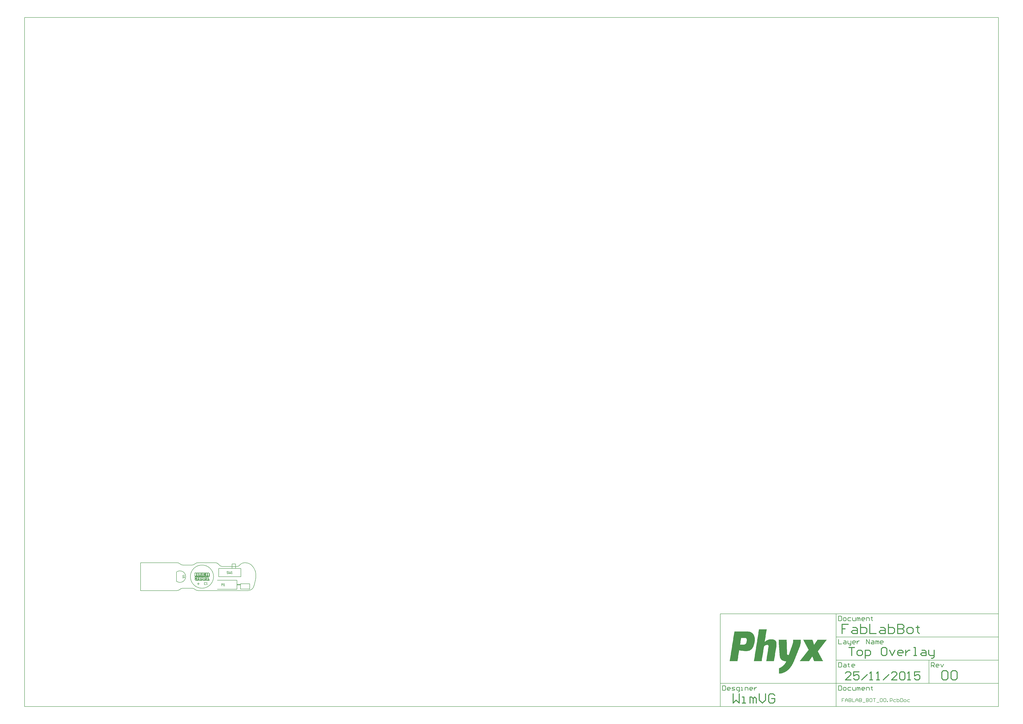
<source format=gto>
G04 Layer_Color=65535*
%FSLAX25Y25*%
%MOIN*%
G70*
G01*
G75*
%ADD12C,0.01575*%
%ADD13C,0.00787*%
%ADD14C,0.00984*%
%ADD23C,0.00591*%
G36*
X115924Y29789D02*
X116617D01*
Y29111D01*
X117295D01*
Y28419D01*
Y27726D01*
Y27041D01*
Y26349D01*
Y25656D01*
Y24978D01*
Y24300D01*
Y23622D01*
X114842D01*
Y22998D01*
X115534D01*
Y22320D01*
Y21628D01*
Y20935D01*
Y20250D01*
Y19557D01*
X116219D01*
Y18865D01*
X116912D01*
Y18187D01*
Y17509D01*
Y16831D01*
X111401D01*
Y17509D01*
X110715D01*
Y16831D01*
X105897D01*
Y17509D01*
X105204D01*
Y18187D01*
X105197D01*
Y17509D01*
X104519D01*
Y16831D01*
X99700D01*
Y17509D01*
X99008D01*
Y18187D01*
X99001D01*
Y17509D01*
X98322D01*
Y16831D01*
X93504D01*
Y17509D01*
X92811D01*
Y18187D01*
X92126D01*
Y18865D01*
Y19557D01*
Y20250D01*
X92811D01*
Y20935D01*
X92126D01*
Y21628D01*
Y22320D01*
Y22998D01*
X92811D01*
Y23622D01*
X92516D01*
Y24300D01*
X91831D01*
Y24978D01*
Y25656D01*
Y26349D01*
Y27041D01*
Y27726D01*
Y28419D01*
Y29111D01*
Y29789D01*
X92516D01*
Y30482D01*
X97335D01*
Y29789D01*
X98027D01*
Y30482D01*
X103531D01*
Y29789D01*
X104224D01*
Y30482D01*
X110420D01*
Y29789D01*
X111106D01*
Y30482D01*
X115924D01*
Y29789D01*
D02*
G37*
%LPC*%
G36*
X98712Y24300D02*
X98705D01*
Y23622D01*
X97630D01*
Y22998D01*
X99008D01*
Y23622D01*
X98712D01*
Y24300D01*
D02*
G37*
G36*
X111106D02*
X111098D01*
Y23622D01*
X110023D01*
Y22998D01*
X110715D01*
Y22320D01*
X111393D01*
Y21628D01*
Y20935D01*
Y20250D01*
Y19557D01*
X112093D01*
Y20250D01*
Y20935D01*
X111401D01*
Y21628D01*
Y22320D01*
Y22998D01*
X112093D01*
Y23622D01*
X111106D01*
Y24300D01*
D02*
G37*
G36*
X95957D02*
X95264D01*
Y23691D01*
X95957D01*
Y24300D01*
D02*
G37*
G36*
X104909D02*
X104902D01*
Y23622D01*
X103826D01*
Y22998D01*
X105204D01*
Y23622D01*
X104909D01*
Y24300D01*
D02*
G37*
G36*
X109338Y22998D02*
X105897D01*
Y22320D01*
X105204D01*
Y21628D01*
Y20935D01*
Y20250D01*
Y19557D01*
Y18865D01*
X105897D01*
Y18187D01*
X109338D01*
Y18865D01*
X110023D01*
Y19557D01*
Y20250D01*
Y20935D01*
Y21628D01*
Y22320D01*
X109338D01*
Y22998D01*
D02*
G37*
G36*
X103141D02*
X99700D01*
Y22320D01*
X99008D01*
Y21628D01*
Y20935D01*
Y20250D01*
Y19557D01*
Y18865D01*
X99700D01*
Y18187D01*
X103141D01*
Y18865D01*
X103826D01*
Y19557D01*
Y20250D01*
Y20935D01*
Y21628D01*
Y22320D01*
X103141D01*
Y22998D01*
D02*
G37*
G36*
X96945D02*
X93504D01*
Y22320D01*
X92811D01*
Y21628D01*
X94196D01*
Y22320D01*
X96252D01*
Y21628D01*
Y20935D01*
X94867D01*
Y20250D01*
X96252D01*
Y19557D01*
Y18865D01*
X94196D01*
Y19557D01*
X92811D01*
Y18865D01*
X93504D01*
Y18187D01*
X96945D01*
Y18865D01*
X97630D01*
Y19557D01*
Y20250D01*
X96945D01*
Y20935D01*
X97630D01*
Y21628D01*
Y22320D01*
X96945D01*
Y22998D01*
D02*
G37*
G36*
X114149D02*
X112786D01*
Y22320D01*
X112093D01*
Y21628D01*
X112786D01*
Y20935D01*
Y20250D01*
Y19557D01*
Y18865D01*
X111401D01*
Y18187D01*
X115534D01*
Y18865D01*
X114149D01*
Y19557D01*
Y20250D01*
Y20935D01*
Y21628D01*
Y22320D01*
Y22998D01*
D02*
G37*
G36*
X102153Y24300D02*
X101461D01*
Y23691D01*
X102153D01*
Y24300D01*
D02*
G37*
G36*
X109728Y29789D02*
X104909D01*
Y29111D01*
Y28419D01*
Y27726D01*
Y27041D01*
Y26349D01*
Y25656D01*
Y24978D01*
X109728D01*
Y25656D01*
X106294D01*
Y26349D01*
Y27041D01*
X109042D01*
Y27726D01*
X106294D01*
Y28419D01*
Y29111D01*
X109728D01*
Y29789D01*
D02*
G37*
G36*
X115239D02*
X111798D01*
Y29111D01*
X111106D01*
Y28419D01*
Y27726D01*
Y27041D01*
Y26349D01*
Y25656D01*
Y24978D01*
X112491D01*
Y25656D01*
Y26349D01*
X114546D01*
Y25656D01*
Y24978D01*
X115924D01*
Y25656D01*
Y26349D01*
Y27041D01*
Y27726D01*
Y28419D01*
Y29111D01*
X115239D01*
Y29789D01*
D02*
G37*
G36*
X102846D02*
X98712D01*
Y29111D01*
Y28419D01*
Y27726D01*
Y27041D01*
Y26349D01*
Y25656D01*
Y24978D01*
X100098D01*
Y25656D01*
Y26349D01*
Y27041D01*
X102153D01*
Y26349D01*
Y25656D01*
Y24978D01*
X103531D01*
Y25656D01*
Y26349D01*
Y27041D01*
X102846D01*
Y27726D01*
X103531D01*
Y28419D01*
Y29111D01*
X102846D01*
Y29789D01*
D02*
G37*
G36*
X96649D02*
X93208D01*
Y29111D01*
X92516D01*
Y28419D01*
Y27726D01*
Y27041D01*
Y26349D01*
Y25656D01*
Y24978D01*
X93901D01*
Y25656D01*
Y26349D01*
X95957D01*
Y25656D01*
Y24978D01*
X97335D01*
Y25656D01*
Y26349D01*
Y27041D01*
Y27726D01*
Y28419D01*
Y29111D01*
X96649D01*
Y29789D01*
D02*
G37*
G36*
X114546Y24300D02*
X113854D01*
Y23691D01*
X114546D01*
Y24300D01*
D02*
G37*
%LPD*%
G36*
X102153Y28419D02*
Y27726D01*
X100098D01*
Y28419D01*
Y29111D01*
X102153D01*
Y28419D01*
D02*
G37*
G36*
X95957D02*
Y27726D01*
Y27041D01*
X93901D01*
Y27726D01*
Y28419D01*
Y29111D01*
X95957D01*
Y28419D01*
D02*
G37*
G36*
X114546D02*
Y27726D01*
Y27041D01*
X112491D01*
Y27726D01*
Y28419D01*
Y29111D01*
X114546D01*
Y28419D01*
D02*
G37*
G36*
X108645Y21628D02*
X107953D01*
Y20935D01*
X108645D01*
Y20250D01*
Y19557D01*
Y18865D01*
X106589D01*
Y19557D01*
X107260D01*
Y20250D01*
X106589D01*
Y20935D01*
Y21628D01*
Y22320D01*
X108645D01*
Y21628D01*
D02*
G37*
G36*
X102449D02*
X101756D01*
Y20935D01*
X102449D01*
Y20250D01*
Y19557D01*
Y18865D01*
X100393D01*
Y19557D01*
X101064D01*
Y20250D01*
X100393D01*
Y20935D01*
Y21628D01*
Y22320D01*
X102449D01*
Y21628D01*
D02*
G37*
%LPC*%
G36*
X107953Y20935D02*
X107260D01*
Y20250D01*
X107953D01*
Y20935D01*
D02*
G37*
G36*
X101756D02*
X101064D01*
Y20250D01*
X101756D01*
Y20935D01*
D02*
G37*
%LPD*%
G36*
X1121080Y-83717D02*
Y-84003D01*
Y-84290D01*
Y-84576D01*
Y-84862D01*
Y-85149D01*
Y-85435D01*
Y-85721D01*
Y-86007D01*
Y-86294D01*
Y-86580D01*
Y-86866D01*
Y-87153D01*
Y-87439D01*
Y-87725D01*
Y-88012D01*
Y-88298D01*
Y-88584D01*
Y-88871D01*
Y-89157D01*
Y-89443D01*
X1120793D01*
Y-89730D01*
Y-90016D01*
Y-90302D01*
Y-90588D01*
Y-90875D01*
X1120507D01*
Y-91161D01*
Y-91448D01*
Y-91734D01*
Y-92020D01*
X1120221D01*
Y-92306D01*
Y-92593D01*
Y-92879D01*
Y-93165D01*
X1119934D01*
Y-93452D01*
Y-93738D01*
Y-94024D01*
X1119648D01*
Y-94311D01*
Y-94597D01*
Y-94883D01*
X1119362D01*
Y-95170D01*
Y-95456D01*
Y-95742D01*
X1119075D01*
Y-96029D01*
Y-96315D01*
Y-96601D01*
X1118789D01*
Y-96887D01*
Y-97174D01*
X1118503D01*
Y-97460D01*
Y-97746D01*
X1118217D01*
Y-98033D01*
Y-98319D01*
Y-98605D01*
X1117930D01*
Y-98892D01*
Y-99178D01*
X1117644D01*
Y-99464D01*
Y-99751D01*
Y-100037D01*
X1117358D01*
Y-100323D01*
Y-100610D01*
X1117071D01*
Y-100896D01*
Y-101182D01*
Y-101468D01*
X1116785D01*
Y-101755D01*
Y-102041D01*
X1116499D01*
Y-102327D01*
Y-102614D01*
Y-102900D01*
X1116212D01*
Y-103186D01*
Y-103473D01*
X1115926D01*
Y-103759D01*
Y-104045D01*
Y-104332D01*
X1115640D01*
Y-104618D01*
Y-104904D01*
X1115353D01*
Y-105191D01*
Y-105477D01*
Y-105763D01*
X1115067D01*
Y-106049D01*
Y-106336D01*
X1114781D01*
Y-106622D01*
Y-106908D01*
Y-107195D01*
X1114494D01*
Y-107481D01*
Y-107767D01*
X1114208D01*
Y-108054D01*
Y-108340D01*
Y-108626D01*
X1113922D01*
Y-108913D01*
Y-109199D01*
X1113636D01*
Y-109485D01*
Y-109772D01*
Y-110058D01*
X1113349D01*
Y-110344D01*
Y-110630D01*
X1113063D01*
Y-110917D01*
Y-111203D01*
Y-111489D01*
X1112776D01*
Y-111776D01*
Y-112062D01*
X1112490D01*
Y-112348D01*
Y-112635D01*
Y-112921D01*
X1112204D01*
Y-113207D01*
Y-113494D01*
X1111918D01*
Y-113780D01*
Y-114066D01*
Y-114353D01*
X1111631D01*
Y-114639D01*
Y-114925D01*
X1111345D01*
Y-115211D01*
Y-115498D01*
Y-115784D01*
X1111059D01*
Y-116070D01*
Y-116357D01*
X1110772D01*
Y-116643D01*
Y-116929D01*
Y-117216D01*
X1110486D01*
Y-117502D01*
Y-117788D01*
X1110200D01*
Y-118075D01*
Y-118361D01*
Y-118647D01*
X1109913D01*
Y-118933D01*
Y-119220D01*
X1109627D01*
Y-119506D01*
Y-119792D01*
Y-120079D01*
X1109341D01*
Y-120365D01*
Y-120651D01*
X1109054D01*
Y-120938D01*
Y-121224D01*
X1108768D01*
Y-121510D01*
Y-121797D01*
X1108482D01*
Y-122083D01*
Y-122369D01*
Y-122656D01*
X1108195D01*
Y-122942D01*
X1107909D01*
Y-123228D01*
Y-123514D01*
Y-123801D01*
X1107623D01*
Y-124087D01*
X1107337D01*
Y-124373D01*
Y-124660D01*
X1107050D01*
Y-124946D01*
Y-125232D01*
X1106764D01*
Y-125519D01*
Y-125805D01*
X1106478D01*
Y-126091D01*
Y-126378D01*
X1106191D01*
Y-126664D01*
X1105905D01*
Y-126950D01*
Y-127237D01*
X1105619D01*
Y-127523D01*
Y-127809D01*
X1105332D01*
Y-128095D01*
X1105046D01*
Y-128382D01*
X1104760D01*
Y-128668D01*
Y-128954D01*
X1104473D01*
Y-129241D01*
X1104187D01*
Y-129527D01*
Y-129813D01*
X1103901D01*
Y-130100D01*
X1103615D01*
Y-130386D01*
X1103328D01*
Y-130672D01*
Y-130959D01*
X1103042D01*
Y-131245D01*
X1102756D01*
Y-131531D01*
X1102469D01*
Y-131818D01*
X1102183D01*
Y-132104D01*
X1101897D01*
Y-132390D01*
Y-132676D01*
X1101610D01*
Y-132963D01*
X1101324D01*
Y-133249D01*
X1101038D01*
Y-133535D01*
X1100751D01*
Y-133822D01*
X1100465D01*
Y-134108D01*
X1100179D01*
Y-134394D01*
X1099892D01*
Y-134681D01*
X1099320D01*
Y-134967D01*
X1099034D01*
Y-135253D01*
X1098747D01*
Y-135540D01*
X1098461D01*
Y-135826D01*
X1098175D01*
Y-136112D01*
X1097602D01*
Y-136399D01*
X1097316D01*
Y-136685D01*
X1096743D01*
Y-136971D01*
X1096457D01*
Y-137258D01*
X1095884D01*
Y-137544D01*
X1095598D01*
Y-137830D01*
X1095025D01*
Y-138117D01*
X1094452D01*
Y-138403D01*
X1093880D01*
Y-138689D01*
X1093307D01*
Y-138975D01*
X1092735D01*
Y-139262D01*
X1091876D01*
Y-139548D01*
X1091303D01*
Y-139834D01*
X1090444D01*
Y-140121D01*
X1089299D01*
Y-140407D01*
X1088154D01*
Y-140693D01*
X1086436D01*
Y-140980D01*
X1084432D01*
Y-141266D01*
X1084145D01*
Y-140980D01*
Y-140693D01*
Y-140407D01*
Y-140121D01*
Y-139834D01*
Y-139548D01*
Y-139262D01*
Y-138975D01*
Y-138689D01*
Y-138403D01*
Y-138117D01*
Y-137830D01*
Y-137544D01*
Y-137258D01*
Y-136971D01*
Y-136685D01*
Y-136399D01*
Y-136112D01*
Y-135826D01*
Y-135540D01*
Y-135253D01*
Y-134967D01*
Y-134681D01*
Y-134394D01*
Y-134108D01*
Y-133822D01*
Y-133535D01*
Y-133249D01*
Y-132963D01*
Y-132676D01*
Y-132390D01*
Y-132104D01*
Y-131818D01*
X1084718D01*
Y-131531D01*
X1085291D01*
Y-131245D01*
X1085863D01*
Y-130959D01*
X1086436D01*
Y-130672D01*
X1087008D01*
Y-130386D01*
X1087581D01*
Y-130100D01*
X1087867D01*
Y-129813D01*
X1088440D01*
Y-129527D01*
X1088726D01*
Y-129241D01*
X1089299D01*
Y-128954D01*
X1089585D01*
Y-128668D01*
X1089872D01*
Y-128382D01*
X1090444D01*
Y-128095D01*
X1090730D01*
Y-127809D01*
X1091017D01*
Y-127523D01*
X1091303D01*
Y-127237D01*
X1091589D01*
Y-126950D01*
X1091876D01*
Y-126664D01*
X1092162D01*
Y-126378D01*
X1092448D01*
Y-126091D01*
X1092735D01*
Y-125805D01*
X1093021D01*
Y-125519D01*
X1093307D01*
Y-125232D01*
X1093594D01*
Y-124946D01*
Y-124660D01*
X1093880D01*
Y-124373D01*
X1094166D01*
Y-124087D01*
X1094452D01*
Y-123801D01*
Y-123514D01*
X1094739D01*
Y-123228D01*
X1095025D01*
Y-122942D01*
Y-122656D01*
X1095311D01*
Y-122369D01*
Y-122083D01*
X1095598D01*
Y-121797D01*
X1095884D01*
Y-121510D01*
Y-121224D01*
X1096170D01*
Y-120938D01*
Y-120651D01*
X1096457D01*
Y-120365D01*
Y-120079D01*
X1094739D01*
Y-119792D01*
X1092735D01*
Y-119506D01*
X1091589D01*
Y-119220D01*
X1091017D01*
Y-118933D01*
X1090158D01*
Y-118647D01*
X1089585D01*
Y-118361D01*
X1089299D01*
Y-118075D01*
X1088726D01*
Y-117788D01*
X1088440D01*
Y-117502D01*
X1088154D01*
Y-117216D01*
X1087867D01*
Y-116929D01*
X1087581D01*
Y-116643D01*
X1087295D01*
Y-116357D01*
Y-116070D01*
X1087008D01*
Y-115784D01*
X1086722D01*
Y-115498D01*
Y-115211D01*
X1086436D01*
Y-114925D01*
Y-114639D01*
X1086149D01*
Y-114353D01*
Y-114066D01*
X1085863D01*
Y-113780D01*
Y-113494D01*
Y-113207D01*
X1085577D01*
Y-112921D01*
Y-112635D01*
Y-112348D01*
Y-112062D01*
X1085291D01*
Y-111776D01*
Y-111489D01*
Y-111203D01*
Y-110917D01*
Y-110630D01*
Y-110344D01*
Y-110058D01*
X1085004D01*
Y-109772D01*
Y-109485D01*
Y-109199D01*
Y-108913D01*
Y-108626D01*
Y-108340D01*
Y-108054D01*
Y-107767D01*
Y-107481D01*
Y-107195D01*
Y-106908D01*
Y-106622D01*
Y-106336D01*
Y-106049D01*
Y-105763D01*
X1084718D01*
Y-105477D01*
Y-105191D01*
Y-104904D01*
Y-104618D01*
Y-104332D01*
Y-104045D01*
Y-103759D01*
Y-103473D01*
Y-103186D01*
Y-102900D01*
Y-102614D01*
Y-102327D01*
Y-102041D01*
Y-101755D01*
Y-101468D01*
X1084432D01*
Y-101182D01*
Y-100896D01*
Y-100610D01*
Y-100323D01*
Y-100037D01*
Y-99751D01*
Y-99464D01*
Y-99178D01*
Y-98892D01*
Y-98605D01*
Y-98319D01*
Y-98033D01*
Y-97746D01*
Y-97460D01*
Y-97174D01*
Y-96887D01*
X1084145D01*
Y-96601D01*
Y-96315D01*
Y-96029D01*
Y-95742D01*
Y-95456D01*
Y-95170D01*
Y-94883D01*
Y-94597D01*
Y-94311D01*
Y-94024D01*
Y-93738D01*
Y-93452D01*
Y-93165D01*
Y-92879D01*
Y-92593D01*
Y-92306D01*
X1083859D01*
Y-92020D01*
Y-91734D01*
Y-91448D01*
Y-91161D01*
Y-90875D01*
Y-90588D01*
Y-90302D01*
Y-90016D01*
Y-89730D01*
Y-89443D01*
Y-89157D01*
Y-88871D01*
Y-88584D01*
Y-88298D01*
X1083573D01*
Y-88012D01*
Y-87725D01*
Y-87439D01*
Y-87153D01*
Y-86866D01*
Y-86580D01*
Y-86294D01*
Y-86007D01*
Y-85721D01*
Y-85435D01*
Y-85149D01*
Y-84862D01*
Y-84576D01*
Y-84290D01*
Y-84003D01*
Y-83717D01*
X1083286D01*
Y-83431D01*
X1097029D01*
Y-83717D01*
Y-84003D01*
Y-84290D01*
Y-84576D01*
Y-84862D01*
Y-85149D01*
Y-85435D01*
Y-85721D01*
Y-86007D01*
Y-86294D01*
Y-86580D01*
Y-86866D01*
Y-87153D01*
Y-87439D01*
X1097316D01*
Y-87725D01*
Y-88012D01*
Y-88298D01*
Y-88584D01*
Y-88871D01*
Y-89157D01*
Y-89443D01*
Y-89730D01*
Y-90016D01*
Y-90302D01*
Y-90588D01*
Y-90875D01*
Y-91161D01*
Y-91448D01*
Y-91734D01*
Y-92020D01*
Y-92306D01*
Y-92593D01*
Y-92879D01*
Y-93165D01*
Y-93452D01*
Y-93738D01*
Y-94024D01*
Y-94311D01*
Y-94597D01*
Y-94883D01*
Y-95170D01*
Y-95456D01*
Y-95742D01*
Y-96029D01*
Y-96315D01*
Y-96601D01*
Y-96887D01*
Y-97174D01*
Y-97460D01*
Y-97746D01*
Y-98033D01*
Y-98319D01*
Y-98605D01*
Y-98892D01*
Y-99178D01*
X1097602D01*
Y-99464D01*
X1097316D01*
Y-99751D01*
Y-100037D01*
X1097602D01*
Y-100323D01*
Y-100610D01*
Y-100896D01*
Y-101182D01*
Y-101468D01*
Y-101755D01*
Y-102041D01*
Y-102327D01*
Y-102614D01*
Y-102900D01*
Y-103186D01*
Y-103473D01*
Y-103759D01*
Y-104045D01*
Y-104332D01*
Y-104618D01*
Y-104904D01*
Y-105191D01*
Y-105477D01*
Y-105763D01*
Y-106049D01*
Y-106336D01*
Y-106622D01*
Y-106908D01*
Y-107195D01*
Y-107481D01*
X1097888D01*
Y-107767D01*
Y-108054D01*
Y-108340D01*
X1098175D01*
Y-108626D01*
X1098461D01*
Y-108913D01*
X1098747D01*
Y-109199D01*
X1099606D01*
Y-109485D01*
X1100465D01*
Y-109199D01*
X1100751D01*
Y-108913D01*
Y-108626D01*
Y-108340D01*
X1101038D01*
Y-108054D01*
Y-107767D01*
X1101324D01*
Y-107481D01*
Y-107195D01*
Y-106908D01*
X1101610D01*
Y-106622D01*
Y-106336D01*
Y-106049D01*
X1101897D01*
Y-105763D01*
Y-105477D01*
Y-105191D01*
X1102183D01*
Y-104904D01*
Y-104618D01*
Y-104332D01*
X1102469D01*
Y-104045D01*
Y-103759D01*
X1102756D01*
Y-103473D01*
Y-103186D01*
Y-102900D01*
X1103042D01*
Y-102614D01*
Y-102327D01*
Y-102041D01*
X1103328D01*
Y-101755D01*
Y-101468D01*
Y-101182D01*
X1103615D01*
Y-100896D01*
Y-100610D01*
X1103901D01*
Y-100323D01*
Y-100037D01*
Y-99751D01*
X1104187D01*
Y-99464D01*
Y-99178D01*
Y-98892D01*
X1104473D01*
Y-98605D01*
Y-98319D01*
Y-98033D01*
X1104760D01*
Y-97746D01*
Y-97460D01*
X1105046D01*
Y-97174D01*
Y-96887D01*
Y-96601D01*
X1105332D01*
Y-96315D01*
Y-96029D01*
Y-95742D01*
X1105619D01*
Y-95456D01*
Y-95170D01*
Y-94883D01*
X1105905D01*
Y-94597D01*
Y-94311D01*
X1106191D01*
Y-94024D01*
Y-93738D01*
Y-93452D01*
X1106478D01*
Y-93165D01*
Y-92879D01*
Y-92593D01*
X1106764D01*
Y-92306D01*
Y-92020D01*
Y-91734D01*
X1107050D01*
Y-91448D01*
Y-91161D01*
Y-90875D01*
Y-90588D01*
X1107337D01*
Y-90302D01*
Y-90016D01*
Y-89730D01*
Y-89443D01*
X1107623D01*
Y-89157D01*
Y-88871D01*
Y-88584D01*
Y-88298D01*
Y-88012D01*
X1107909D01*
Y-87725D01*
Y-87439D01*
Y-87153D01*
Y-86866D01*
Y-86580D01*
Y-86294D01*
X1108195D01*
Y-86007D01*
Y-85721D01*
Y-85435D01*
Y-85149D01*
Y-84862D01*
Y-84576D01*
Y-84290D01*
Y-84003D01*
Y-83717D01*
Y-83431D01*
X1121080D01*
Y-83717D01*
D02*
G37*
G36*
X1063244Y-66252D02*
Y-66538D01*
X1062958D01*
Y-66825D01*
Y-67111D01*
Y-67397D01*
Y-67684D01*
Y-67970D01*
Y-68256D01*
X1062672D01*
Y-68542D01*
Y-68829D01*
Y-69115D01*
Y-69401D01*
Y-69688D01*
Y-69974D01*
X1062385D01*
Y-70260D01*
Y-70547D01*
Y-70833D01*
Y-71119D01*
Y-71406D01*
Y-71692D01*
Y-71978D01*
X1062099D01*
Y-72264D01*
Y-72551D01*
Y-72837D01*
Y-73123D01*
Y-73410D01*
Y-73696D01*
X1061813D01*
Y-73982D01*
Y-74269D01*
Y-74555D01*
Y-74841D01*
Y-75128D01*
Y-75414D01*
X1061526D01*
Y-75700D01*
Y-75987D01*
Y-76273D01*
Y-76559D01*
Y-76846D01*
Y-77132D01*
Y-77418D01*
X1061240D01*
Y-77704D01*
Y-77991D01*
Y-78277D01*
Y-78563D01*
Y-78850D01*
Y-79136D01*
X1060954D01*
Y-79422D01*
Y-79709D01*
Y-79995D01*
Y-80281D01*
Y-80568D01*
Y-80854D01*
X1060668D01*
Y-81140D01*
Y-81427D01*
Y-81713D01*
Y-81999D01*
Y-82285D01*
Y-82572D01*
X1060381D01*
Y-82858D01*
Y-83144D01*
Y-83431D01*
Y-83717D01*
Y-84003D01*
Y-84290D01*
Y-84576D01*
X1060095D01*
Y-84862D01*
Y-85149D01*
Y-85435D01*
Y-85721D01*
Y-86007D01*
Y-86294D01*
X1059809D01*
Y-86580D01*
Y-86866D01*
X1060381D01*
Y-86580D01*
X1060668D01*
Y-86294D01*
X1060954D01*
Y-86007D01*
X1061526D01*
Y-85721D01*
X1061813D01*
Y-85435D01*
X1062099D01*
Y-85149D01*
X1062672D01*
Y-84862D01*
X1063244D01*
Y-84576D01*
X1063531D01*
Y-84290D01*
X1064103D01*
Y-84003D01*
X1064962D01*
Y-83717D01*
X1065535D01*
Y-83431D01*
X1066394D01*
Y-83144D01*
X1067825D01*
Y-82858D01*
X1074124D01*
Y-83144D01*
X1075270D01*
Y-83431D01*
X1076128D01*
Y-83717D01*
X1076701D01*
Y-84003D01*
X1076987D01*
Y-84290D01*
X1077560D01*
Y-84576D01*
X1077846D01*
Y-84862D01*
X1078133D01*
Y-85149D01*
X1078419D01*
Y-85435D01*
X1078705D01*
Y-85721D01*
Y-86007D01*
X1078992D01*
Y-86294D01*
Y-86580D01*
X1079278D01*
Y-86866D01*
Y-87153D01*
Y-87439D01*
X1079564D01*
Y-87725D01*
Y-88012D01*
Y-88298D01*
Y-88584D01*
X1079850D01*
Y-88871D01*
Y-89157D01*
Y-89443D01*
Y-89730D01*
Y-90016D01*
Y-90302D01*
Y-90588D01*
Y-90875D01*
Y-91161D01*
Y-91448D01*
Y-91734D01*
Y-92020D01*
Y-92306D01*
Y-92593D01*
Y-92879D01*
Y-93165D01*
Y-93452D01*
Y-93738D01*
X1079564D01*
Y-94024D01*
Y-94311D01*
Y-94597D01*
Y-94883D01*
Y-95170D01*
Y-95456D01*
Y-95742D01*
X1079278D01*
Y-96029D01*
Y-96315D01*
Y-96601D01*
Y-96887D01*
Y-97174D01*
Y-97460D01*
Y-97746D01*
X1078992D01*
Y-98033D01*
Y-98319D01*
Y-98605D01*
Y-98892D01*
Y-99178D01*
Y-99464D01*
X1078705D01*
Y-99751D01*
Y-100037D01*
Y-100323D01*
Y-100610D01*
Y-100896D01*
Y-101182D01*
X1078419D01*
Y-101468D01*
Y-101755D01*
Y-102041D01*
Y-102327D01*
Y-102614D01*
Y-102900D01*
X1078133D01*
Y-103186D01*
Y-103473D01*
Y-103759D01*
Y-104045D01*
Y-104332D01*
Y-104618D01*
Y-104904D01*
X1077846D01*
Y-105191D01*
Y-105477D01*
Y-105763D01*
Y-106049D01*
Y-106336D01*
Y-106622D01*
X1077560D01*
Y-106908D01*
Y-107195D01*
Y-107481D01*
Y-107767D01*
Y-108054D01*
Y-108340D01*
X1077274D01*
Y-108626D01*
Y-108913D01*
Y-109199D01*
Y-109485D01*
Y-109772D01*
Y-110058D01*
Y-110344D01*
X1076987D01*
Y-110630D01*
Y-110917D01*
Y-111203D01*
Y-111489D01*
Y-111776D01*
Y-112062D01*
X1076701D01*
Y-112348D01*
Y-112635D01*
Y-112921D01*
Y-113207D01*
Y-113494D01*
Y-113780D01*
X1076415D01*
Y-114066D01*
Y-114353D01*
Y-114639D01*
Y-114925D01*
Y-115211D01*
Y-115498D01*
X1076128D01*
Y-115784D01*
Y-116070D01*
Y-116357D01*
Y-116643D01*
Y-116929D01*
Y-117216D01*
Y-117502D01*
X1075842D01*
Y-117788D01*
Y-118075D01*
Y-118361D01*
Y-118647D01*
Y-118933D01*
Y-119220D01*
X1075556D01*
Y-119506D01*
Y-119792D01*
X1062385D01*
Y-119506D01*
Y-119220D01*
X1062672D01*
Y-118933D01*
Y-118647D01*
Y-118361D01*
Y-118075D01*
Y-117788D01*
Y-117502D01*
X1062958D01*
Y-117216D01*
Y-116929D01*
Y-116643D01*
Y-116357D01*
Y-116070D01*
Y-115784D01*
Y-115498D01*
X1063244D01*
Y-115211D01*
Y-114925D01*
Y-114639D01*
Y-114353D01*
Y-114066D01*
Y-113780D01*
X1063531D01*
Y-113494D01*
Y-113207D01*
Y-112921D01*
Y-112635D01*
Y-112348D01*
Y-112062D01*
X1063817D01*
Y-111776D01*
Y-111489D01*
Y-111203D01*
Y-110917D01*
Y-110630D01*
Y-110344D01*
Y-110058D01*
X1064103D01*
Y-109772D01*
Y-109485D01*
Y-109199D01*
Y-108913D01*
Y-108626D01*
Y-108340D01*
X1064390D01*
Y-108054D01*
Y-107767D01*
Y-107481D01*
Y-107195D01*
Y-106908D01*
Y-106622D01*
Y-106336D01*
X1064676D01*
Y-106049D01*
Y-105763D01*
Y-105477D01*
Y-105191D01*
Y-104904D01*
Y-104618D01*
X1064962D01*
Y-104332D01*
Y-104045D01*
Y-103759D01*
Y-103473D01*
Y-103186D01*
Y-102900D01*
X1065249D01*
Y-102614D01*
Y-102327D01*
Y-102041D01*
Y-101755D01*
Y-101468D01*
Y-101182D01*
X1065535D01*
Y-100896D01*
Y-100610D01*
Y-100323D01*
Y-100037D01*
Y-99751D01*
Y-99464D01*
Y-99178D01*
X1065821D01*
Y-98892D01*
Y-98605D01*
Y-98319D01*
Y-98033D01*
Y-97746D01*
Y-97460D01*
X1066107D01*
Y-97174D01*
Y-96887D01*
Y-96601D01*
Y-96315D01*
Y-96029D01*
Y-95742D01*
Y-95456D01*
X1066394D01*
Y-95170D01*
Y-94883D01*
Y-94597D01*
Y-94311D01*
Y-94024D01*
Y-93738D01*
X1066107D01*
Y-93452D01*
Y-93165D01*
X1065821D01*
Y-92879D01*
X1065535D01*
Y-92593D01*
X1064962D01*
Y-92306D01*
X1063244D01*
Y-92593D01*
X1061813D01*
Y-92879D01*
X1060954D01*
Y-93165D01*
X1060381D01*
Y-93452D01*
X1060095D01*
Y-93738D01*
X1059522D01*
Y-94024D01*
X1059236D01*
Y-94311D01*
X1058950D01*
Y-94597D01*
Y-94883D01*
X1058663D01*
Y-95170D01*
Y-95456D01*
Y-95742D01*
X1058377D01*
Y-96029D01*
Y-96315D01*
Y-96601D01*
Y-96887D01*
Y-97174D01*
Y-97460D01*
X1058091D01*
Y-97746D01*
Y-98033D01*
Y-98319D01*
Y-98605D01*
Y-98892D01*
Y-99178D01*
Y-99464D01*
X1057804D01*
Y-99751D01*
Y-100037D01*
Y-100323D01*
Y-100610D01*
Y-100896D01*
Y-101182D01*
X1057518D01*
Y-101468D01*
Y-101755D01*
Y-102041D01*
Y-102327D01*
Y-102614D01*
Y-102900D01*
X1057232D01*
Y-103186D01*
Y-103473D01*
Y-103759D01*
Y-104045D01*
Y-104332D01*
Y-104618D01*
X1056946D01*
Y-104904D01*
Y-105191D01*
Y-105477D01*
Y-105763D01*
Y-106049D01*
Y-106336D01*
Y-106622D01*
X1056659D01*
Y-106908D01*
Y-107195D01*
Y-107481D01*
Y-107767D01*
Y-108054D01*
Y-108340D01*
X1056373D01*
Y-108626D01*
Y-108913D01*
Y-109199D01*
Y-109485D01*
Y-109772D01*
Y-110058D01*
X1056087D01*
Y-110344D01*
Y-110630D01*
Y-110917D01*
Y-111203D01*
Y-111489D01*
Y-111776D01*
Y-112062D01*
X1055800D01*
Y-112348D01*
Y-112635D01*
Y-112921D01*
Y-113207D01*
Y-113494D01*
Y-113780D01*
X1055514D01*
Y-114066D01*
Y-114353D01*
Y-114639D01*
Y-114925D01*
Y-115211D01*
Y-115498D01*
X1055228D01*
Y-115784D01*
Y-116070D01*
Y-116357D01*
Y-116643D01*
Y-116929D01*
Y-117216D01*
X1054941D01*
Y-117502D01*
Y-117788D01*
Y-118075D01*
Y-118361D01*
Y-118647D01*
Y-118933D01*
Y-119220D01*
X1054655D01*
Y-119506D01*
Y-119792D01*
X1041485D01*
Y-119506D01*
Y-119220D01*
X1041771D01*
Y-118933D01*
Y-118647D01*
Y-118361D01*
Y-118075D01*
Y-117788D01*
Y-117502D01*
Y-117216D01*
X1042057D01*
Y-116929D01*
Y-116643D01*
Y-116357D01*
Y-116070D01*
Y-115784D01*
Y-115498D01*
X1042344D01*
Y-115211D01*
Y-114925D01*
Y-114639D01*
Y-114353D01*
Y-114066D01*
Y-113780D01*
X1042630D01*
Y-113494D01*
Y-113207D01*
Y-112921D01*
Y-112635D01*
Y-112348D01*
Y-112062D01*
Y-111776D01*
X1042916D01*
Y-111489D01*
Y-111203D01*
Y-110917D01*
Y-110630D01*
Y-110344D01*
Y-110058D01*
X1043202D01*
Y-109772D01*
Y-109485D01*
Y-109199D01*
Y-108913D01*
Y-108626D01*
Y-108340D01*
X1043489D01*
Y-108054D01*
Y-107767D01*
Y-107481D01*
Y-107195D01*
Y-106908D01*
Y-106622D01*
X1043775D01*
Y-106336D01*
Y-106049D01*
Y-105763D01*
Y-105477D01*
Y-105191D01*
Y-104904D01*
Y-104618D01*
X1044061D01*
Y-104332D01*
Y-104045D01*
Y-103759D01*
Y-103473D01*
Y-103186D01*
Y-102900D01*
X1044348D01*
Y-102614D01*
Y-102327D01*
Y-102041D01*
Y-101755D01*
Y-101468D01*
Y-101182D01*
X1044634D01*
Y-100896D01*
Y-100610D01*
Y-100323D01*
Y-100037D01*
Y-99751D01*
Y-99464D01*
Y-99178D01*
X1044920D01*
Y-98892D01*
Y-98605D01*
Y-98319D01*
Y-98033D01*
Y-97746D01*
Y-97460D01*
X1045207D01*
Y-97174D01*
Y-96887D01*
Y-96601D01*
Y-96315D01*
Y-96029D01*
Y-95742D01*
X1045493D01*
Y-95456D01*
Y-95170D01*
Y-94883D01*
Y-94597D01*
Y-94311D01*
Y-94024D01*
X1045779D01*
Y-93738D01*
Y-93452D01*
Y-93165D01*
Y-92879D01*
Y-92593D01*
Y-92306D01*
Y-92020D01*
X1046066D01*
Y-91734D01*
Y-91448D01*
Y-91161D01*
Y-90875D01*
Y-90588D01*
Y-90302D01*
X1046352D01*
Y-90016D01*
Y-89730D01*
Y-89443D01*
Y-89157D01*
Y-88871D01*
Y-88584D01*
X1046638D01*
Y-88298D01*
Y-88012D01*
Y-87725D01*
Y-87439D01*
Y-87153D01*
Y-86866D01*
X1046925D01*
Y-86580D01*
Y-86294D01*
Y-86007D01*
Y-85721D01*
Y-85435D01*
Y-85149D01*
Y-84862D01*
X1047211D01*
Y-84576D01*
Y-84290D01*
Y-84003D01*
Y-83717D01*
Y-83431D01*
Y-83144D01*
X1047497D01*
Y-82858D01*
Y-82572D01*
Y-82285D01*
Y-81999D01*
Y-81713D01*
Y-81427D01*
X1047783D01*
Y-81140D01*
Y-80854D01*
Y-80568D01*
Y-80281D01*
Y-79995D01*
Y-79709D01*
Y-79422D01*
X1048070D01*
Y-79136D01*
Y-78850D01*
Y-78563D01*
Y-78277D01*
Y-77991D01*
Y-77704D01*
X1048356D01*
Y-77418D01*
Y-77132D01*
Y-76846D01*
Y-76559D01*
Y-76273D01*
Y-75987D01*
X1048642D01*
Y-75700D01*
Y-75414D01*
Y-75128D01*
Y-74841D01*
Y-74555D01*
Y-74269D01*
X1048929D01*
Y-73982D01*
Y-73696D01*
Y-73410D01*
Y-73123D01*
Y-72837D01*
Y-72551D01*
Y-72264D01*
X1049215D01*
Y-71978D01*
Y-71692D01*
Y-71406D01*
Y-71119D01*
Y-70833D01*
Y-70547D01*
X1049501D01*
Y-70260D01*
Y-69974D01*
Y-69688D01*
Y-69401D01*
Y-69115D01*
Y-68829D01*
X1049788D01*
Y-68542D01*
Y-68256D01*
Y-67970D01*
Y-67684D01*
Y-67397D01*
Y-67111D01*
Y-66825D01*
X1050074D01*
Y-66538D01*
Y-66252D01*
Y-65966D01*
X1063244D01*
Y-66252D01*
D02*
G37*
G36*
X1032036Y-69688D02*
X1033754D01*
Y-69974D01*
X1034613D01*
Y-70260D01*
X1035472D01*
Y-70547D01*
X1036331D01*
Y-70833D01*
X1036904D01*
Y-71119D01*
X1037190D01*
Y-71406D01*
X1037763D01*
Y-71692D01*
X1038049D01*
Y-71978D01*
X1038622D01*
Y-72264D01*
X1038908D01*
Y-72551D01*
X1039194D01*
Y-72837D01*
X1039480D01*
Y-73123D01*
X1039767D01*
Y-73410D01*
X1040053D01*
Y-73696D01*
X1040339D01*
Y-73982D01*
Y-74269D01*
X1040626D01*
Y-74555D01*
X1040912D01*
Y-74841D01*
Y-75128D01*
X1041198D01*
Y-75414D01*
X1041485D01*
Y-75700D01*
Y-75987D01*
X1041771D01*
Y-76273D01*
Y-76559D01*
Y-76846D01*
X1042057D01*
Y-77132D01*
Y-77418D01*
Y-77704D01*
X1042344D01*
Y-77991D01*
Y-78277D01*
Y-78563D01*
Y-78850D01*
X1042630D01*
Y-79136D01*
Y-79422D01*
Y-79709D01*
Y-79995D01*
Y-80281D01*
X1042916D01*
Y-80568D01*
Y-80854D01*
Y-81140D01*
Y-81427D01*
Y-81713D01*
Y-81999D01*
Y-82285D01*
Y-82572D01*
Y-82858D01*
Y-83144D01*
Y-83431D01*
Y-83717D01*
Y-84003D01*
Y-84290D01*
Y-84576D01*
Y-84862D01*
Y-85149D01*
Y-85435D01*
Y-85721D01*
Y-86007D01*
X1042630D01*
Y-86294D01*
Y-86580D01*
Y-86866D01*
Y-87153D01*
Y-87439D01*
Y-87725D01*
Y-88012D01*
X1042344D01*
Y-88298D01*
Y-88584D01*
Y-88871D01*
Y-89157D01*
Y-89443D01*
X1042057D01*
Y-89730D01*
Y-90016D01*
Y-90302D01*
Y-90588D01*
Y-90875D01*
X1041771D01*
Y-91161D01*
Y-91448D01*
Y-91734D01*
X1041485D01*
Y-92020D01*
Y-92306D01*
Y-92593D01*
Y-92879D01*
X1041198D01*
Y-93165D01*
Y-93452D01*
Y-93738D01*
X1040912D01*
Y-94024D01*
Y-94311D01*
X1040626D01*
Y-94597D01*
Y-94883D01*
Y-95170D01*
X1040339D01*
Y-95456D01*
Y-95742D01*
X1040053D01*
Y-96029D01*
Y-96315D01*
X1039767D01*
Y-96601D01*
Y-96887D01*
X1039480D01*
Y-97174D01*
X1039194D01*
Y-97460D01*
Y-97746D01*
X1038908D01*
Y-98033D01*
X1038622D01*
Y-98319D01*
X1038335D01*
Y-98605D01*
Y-98892D01*
X1038049D01*
Y-99178D01*
X1037763D01*
Y-99464D01*
X1037476D01*
Y-99751D01*
X1037190D01*
Y-100037D01*
X1036904D01*
Y-100323D01*
X1036331D01*
Y-100610D01*
X1036045D01*
Y-100896D01*
X1035472D01*
Y-101182D01*
X1035186D01*
Y-101468D01*
X1034613D01*
Y-101755D01*
X1033754D01*
Y-102041D01*
X1032895D01*
Y-102327D01*
X1032036D01*
Y-102614D01*
X1030318D01*
Y-102900D01*
X1025165D01*
Y-102614D01*
X1022588D01*
Y-102327D01*
X1020584D01*
Y-102041D01*
X1019152D01*
Y-101755D01*
X1017721D01*
Y-101468D01*
X1016289D01*
Y-101755D01*
Y-102041D01*
Y-102327D01*
Y-102614D01*
Y-102900D01*
Y-103186D01*
Y-103473D01*
X1016003D01*
Y-103759D01*
Y-104045D01*
Y-104332D01*
Y-104618D01*
Y-104904D01*
Y-105191D01*
X1015716D01*
Y-105477D01*
Y-105763D01*
Y-106049D01*
Y-106336D01*
Y-106622D01*
Y-106908D01*
X1015430D01*
Y-107195D01*
Y-107481D01*
Y-107767D01*
Y-108054D01*
Y-108340D01*
Y-108626D01*
Y-108913D01*
X1015144D01*
Y-109199D01*
Y-109485D01*
Y-109772D01*
Y-110058D01*
Y-110344D01*
Y-110630D01*
X1014857D01*
Y-110917D01*
Y-111203D01*
Y-111489D01*
Y-111776D01*
Y-112062D01*
Y-112348D01*
X1014571D01*
Y-112635D01*
Y-112921D01*
Y-113207D01*
Y-113494D01*
Y-113780D01*
Y-114066D01*
Y-114353D01*
X1014285D01*
Y-114639D01*
Y-114925D01*
Y-115211D01*
Y-115498D01*
Y-115784D01*
Y-116070D01*
X1013999D01*
Y-116357D01*
Y-116643D01*
Y-116929D01*
Y-117216D01*
Y-117502D01*
Y-117788D01*
X1013712D01*
Y-118075D01*
Y-118361D01*
Y-118647D01*
Y-118933D01*
Y-119220D01*
Y-119506D01*
Y-119792D01*
X1000256D01*
Y-119506D01*
X1000542D01*
Y-119220D01*
Y-118933D01*
Y-118647D01*
Y-118361D01*
Y-118075D01*
X1000828D01*
Y-117788D01*
Y-117502D01*
Y-117216D01*
Y-116929D01*
Y-116643D01*
Y-116357D01*
Y-116070D01*
X1001114D01*
Y-115784D01*
Y-115498D01*
Y-115211D01*
Y-114925D01*
Y-114639D01*
Y-114353D01*
X1001401D01*
Y-114066D01*
Y-113780D01*
Y-113494D01*
Y-113207D01*
Y-112921D01*
Y-112635D01*
X1001687D01*
Y-112348D01*
Y-112062D01*
Y-111776D01*
Y-111489D01*
Y-111203D01*
Y-110917D01*
Y-110630D01*
X1001974D01*
Y-110344D01*
Y-110058D01*
Y-109772D01*
Y-109485D01*
Y-109199D01*
Y-108913D01*
X1002260D01*
Y-108626D01*
Y-108340D01*
Y-108054D01*
Y-107767D01*
Y-107481D01*
Y-107195D01*
X1002546D01*
Y-106908D01*
Y-106622D01*
Y-106336D01*
Y-106049D01*
Y-105763D01*
Y-105477D01*
X1002832D01*
Y-105191D01*
Y-104904D01*
Y-104618D01*
Y-104332D01*
Y-104045D01*
Y-103759D01*
Y-103473D01*
X1003119D01*
Y-103186D01*
Y-102900D01*
Y-102614D01*
Y-102327D01*
Y-102041D01*
Y-101755D01*
X1003405D01*
Y-101468D01*
Y-101182D01*
Y-100896D01*
Y-100610D01*
Y-100323D01*
Y-100037D01*
X1003691D01*
Y-99751D01*
Y-99464D01*
Y-99178D01*
Y-98892D01*
Y-98605D01*
Y-98319D01*
X1003978D01*
Y-98033D01*
Y-97746D01*
Y-97460D01*
Y-97174D01*
Y-96887D01*
Y-96601D01*
Y-96315D01*
X1004264D01*
Y-96029D01*
Y-95742D01*
Y-95456D01*
Y-95170D01*
Y-94883D01*
Y-94597D01*
X1004550D01*
Y-94311D01*
Y-94024D01*
Y-93738D01*
Y-93452D01*
Y-93165D01*
Y-92879D01*
X1004837D01*
Y-92593D01*
Y-92306D01*
Y-92020D01*
Y-91734D01*
Y-91448D01*
Y-91161D01*
Y-90875D01*
X1005123D01*
Y-90588D01*
Y-90302D01*
Y-90016D01*
Y-89730D01*
Y-89443D01*
Y-89157D01*
X1005409D01*
Y-88871D01*
Y-88584D01*
Y-88298D01*
Y-88012D01*
Y-87725D01*
Y-87439D01*
X1005696D01*
Y-87153D01*
Y-86866D01*
Y-86580D01*
Y-86294D01*
Y-86007D01*
Y-85721D01*
X1005982D01*
Y-85435D01*
Y-85149D01*
Y-84862D01*
Y-84576D01*
Y-84290D01*
Y-84003D01*
Y-83717D01*
X1006268D01*
Y-83431D01*
Y-83144D01*
Y-82858D01*
Y-82572D01*
Y-82285D01*
Y-81999D01*
X1006555D01*
Y-81713D01*
Y-81427D01*
Y-81140D01*
Y-80854D01*
Y-80568D01*
Y-80281D01*
X1006841D01*
Y-79995D01*
Y-79709D01*
Y-79422D01*
Y-79136D01*
Y-78850D01*
Y-78563D01*
Y-78277D01*
X1007127D01*
Y-77991D01*
Y-77704D01*
Y-77418D01*
Y-77132D01*
Y-76846D01*
Y-76559D01*
X1007413D01*
Y-76273D01*
Y-75987D01*
Y-75700D01*
Y-75414D01*
Y-75128D01*
Y-74841D01*
X1007700D01*
Y-74555D01*
Y-74269D01*
Y-73982D01*
Y-73696D01*
Y-73410D01*
Y-73123D01*
Y-72837D01*
X1007986D01*
Y-72551D01*
Y-72264D01*
Y-71978D01*
Y-71692D01*
Y-71406D01*
Y-71119D01*
X1008272D01*
Y-70833D01*
Y-70547D01*
Y-70260D01*
Y-69974D01*
Y-69688D01*
Y-69401D01*
X1032036D01*
Y-69688D01*
D02*
G37*
G36*
X1165172Y-83717D02*
X1164886D01*
Y-84003D01*
X1164599D01*
Y-84290D01*
Y-84576D01*
X1164313D01*
Y-84862D01*
X1164027D01*
Y-85149D01*
X1163740D01*
Y-85435D01*
Y-85721D01*
X1163454D01*
Y-86007D01*
X1163168D01*
Y-86294D01*
X1162881D01*
Y-86580D01*
X1162595D01*
Y-86866D01*
Y-87153D01*
X1162309D01*
Y-87439D01*
X1162022D01*
Y-87725D01*
X1161736D01*
Y-88012D01*
Y-88298D01*
X1161450D01*
Y-88584D01*
X1161163D01*
Y-88871D01*
X1160877D01*
Y-89157D01*
X1160591D01*
Y-89443D01*
Y-89730D01*
X1160305D01*
Y-90016D01*
X1160018D01*
Y-90302D01*
X1159732D01*
Y-90588D01*
Y-90875D01*
X1159445D01*
Y-91161D01*
X1159159D01*
Y-91448D01*
X1158873D01*
Y-91734D01*
Y-92020D01*
X1158587D01*
Y-92306D01*
X1158300D01*
Y-92593D01*
X1158014D01*
Y-92879D01*
X1157728D01*
Y-93165D01*
Y-93452D01*
X1157441D01*
Y-93738D01*
X1157155D01*
Y-94024D01*
X1156869D01*
Y-94311D01*
Y-94597D01*
X1156582D01*
Y-94883D01*
X1156296D01*
Y-95170D01*
X1156010D01*
Y-95456D01*
Y-95742D01*
X1155723D01*
Y-96029D01*
X1155437D01*
Y-96315D01*
X1155151D01*
Y-96601D01*
X1154865D01*
Y-96887D01*
Y-97174D01*
X1154578D01*
Y-97460D01*
X1154292D01*
Y-97746D01*
X1154006D01*
Y-98033D01*
Y-98319D01*
X1153719D01*
Y-98605D01*
X1153433D01*
Y-98892D01*
X1153147D01*
Y-99178D01*
Y-99464D01*
X1152860D01*
Y-99751D01*
X1152574D01*
Y-100037D01*
X1152288D01*
Y-100323D01*
X1152001D01*
Y-100610D01*
Y-100896D01*
X1151715D01*
Y-101182D01*
X1151429D01*
Y-101468D01*
X1151142D01*
Y-101755D01*
Y-102041D01*
X1150856D01*
Y-102327D01*
X1150570D01*
Y-102614D01*
X1150284D01*
Y-102900D01*
X1149997D01*
Y-103186D01*
Y-103473D01*
X1150284D01*
Y-103759D01*
Y-104045D01*
X1150570D01*
Y-104332D01*
Y-104618D01*
X1150856D01*
Y-104904D01*
X1151142D01*
Y-105191D01*
Y-105477D01*
X1151429D01*
Y-105763D01*
Y-106049D01*
X1151715D01*
Y-106336D01*
Y-106622D01*
X1152001D01*
Y-106908D01*
Y-107195D01*
X1152288D01*
Y-107481D01*
Y-107767D01*
X1152574D01*
Y-108054D01*
Y-108340D01*
X1152860D01*
Y-108626D01*
Y-108913D01*
X1153147D01*
Y-109199D01*
Y-109485D01*
X1153433D01*
Y-109772D01*
X1153719D01*
Y-110058D01*
Y-110344D01*
X1154006D01*
Y-110630D01*
Y-110917D01*
X1154292D01*
Y-111203D01*
Y-111489D01*
X1154578D01*
Y-111776D01*
Y-112062D01*
X1154865D01*
Y-112348D01*
Y-112635D01*
X1155151D01*
Y-112921D01*
Y-113207D01*
X1155437D01*
Y-113494D01*
Y-113780D01*
X1155723D01*
Y-114066D01*
X1156010D01*
Y-114353D01*
Y-114639D01*
X1156296D01*
Y-114925D01*
Y-115211D01*
X1156582D01*
Y-115498D01*
Y-115784D01*
X1156869D01*
Y-116070D01*
Y-116357D01*
X1157155D01*
Y-116643D01*
Y-116929D01*
X1157441D01*
Y-117216D01*
Y-117502D01*
X1157728D01*
Y-117788D01*
Y-118075D01*
X1158014D01*
Y-118361D01*
X1158300D01*
Y-118647D01*
Y-118933D01*
X1158587D01*
Y-119220D01*
Y-119506D01*
X1158873D01*
Y-119792D01*
X1143698D01*
Y-119506D01*
X1143412D01*
Y-119220D01*
Y-118933D01*
Y-118647D01*
X1143126D01*
Y-118361D01*
Y-118075D01*
Y-117788D01*
X1142839D01*
Y-117502D01*
Y-117216D01*
X1142553D01*
Y-116929D01*
Y-116643D01*
Y-116357D01*
X1142267D01*
Y-116070D01*
Y-115784D01*
Y-115498D01*
X1141980D01*
Y-115211D01*
Y-114925D01*
X1141694D01*
Y-114639D01*
Y-114353D01*
Y-114066D01*
X1141408D01*
Y-113780D01*
Y-113494D01*
Y-113207D01*
X1141121D01*
Y-112921D01*
Y-112635D01*
Y-112348D01*
X1140835D01*
Y-112062D01*
X1140263D01*
Y-112348D01*
Y-112635D01*
X1139976D01*
Y-112921D01*
X1139690D01*
Y-113207D01*
Y-113494D01*
X1139404D01*
Y-113780D01*
X1139117D01*
Y-114066D01*
Y-114353D01*
X1138831D01*
Y-114639D01*
X1138545D01*
Y-114925D01*
Y-115211D01*
X1138258D01*
Y-115498D01*
X1137972D01*
Y-115784D01*
X1137686D01*
Y-116070D01*
Y-116357D01*
X1137399D01*
Y-116643D01*
X1137113D01*
Y-116929D01*
Y-117216D01*
X1136827D01*
Y-117502D01*
X1136541D01*
Y-117788D01*
Y-118075D01*
X1136254D01*
Y-118361D01*
X1135968D01*
Y-118647D01*
Y-118933D01*
X1135682D01*
Y-119220D01*
X1135395D01*
Y-119506D01*
Y-119792D01*
X1119362D01*
Y-119506D01*
X1119648D01*
Y-119220D01*
X1119934D01*
Y-118933D01*
X1120221D01*
Y-118647D01*
X1120507D01*
Y-118361D01*
Y-118075D01*
X1120793D01*
Y-117788D01*
X1121080D01*
Y-117502D01*
X1121366D01*
Y-117216D01*
X1121652D01*
Y-116929D01*
Y-116643D01*
X1121939D01*
Y-116357D01*
X1122225D01*
Y-116070D01*
X1122511D01*
Y-115784D01*
Y-115498D01*
X1122797D01*
Y-115211D01*
X1123084D01*
Y-114925D01*
X1123370D01*
Y-114639D01*
X1123656D01*
Y-114353D01*
Y-114066D01*
X1123943D01*
Y-113780D01*
X1124229D01*
Y-113494D01*
X1124515D01*
Y-113207D01*
X1124802D01*
Y-112921D01*
Y-112635D01*
X1125088D01*
Y-112348D01*
X1125374D01*
Y-112062D01*
X1125661D01*
Y-111776D01*
Y-111489D01*
X1125947D01*
Y-111203D01*
X1126233D01*
Y-110917D01*
X1126519D01*
Y-110630D01*
X1126806D01*
Y-110344D01*
Y-110058D01*
X1127092D01*
Y-109772D01*
X1127378D01*
Y-109485D01*
X1127665D01*
Y-109199D01*
Y-108913D01*
X1127951D01*
Y-108626D01*
X1128237D01*
Y-108340D01*
X1128524D01*
Y-108054D01*
X1128810D01*
Y-107767D01*
Y-107481D01*
X1129096D01*
Y-107195D01*
X1129383D01*
Y-106908D01*
X1129669D01*
Y-106622D01*
Y-106336D01*
X1129955D01*
Y-106049D01*
X1130242D01*
Y-105763D01*
X1130528D01*
Y-105477D01*
X1130814D01*
Y-105191D01*
Y-104904D01*
X1131100D01*
Y-104618D01*
X1131387D01*
Y-104332D01*
X1131673D01*
Y-104045D01*
X1131960D01*
Y-103759D01*
Y-103473D01*
X1132246D01*
Y-103186D01*
X1132532D01*
Y-102900D01*
X1132818D01*
Y-102614D01*
Y-102327D01*
X1133105D01*
Y-102041D01*
X1133391D01*
Y-101755D01*
X1133677D01*
Y-101468D01*
X1133964D01*
Y-101182D01*
Y-100896D01*
X1134250D01*
Y-100610D01*
Y-100323D01*
Y-100037D01*
X1133964D01*
Y-99751D01*
X1133677D01*
Y-99464D01*
Y-99178D01*
X1133391D01*
Y-98892D01*
Y-98605D01*
X1133105D01*
Y-98319D01*
Y-98033D01*
X1132818D01*
Y-97746D01*
Y-97460D01*
X1132532D01*
Y-97174D01*
Y-96887D01*
X1132246D01*
Y-96601D01*
Y-96315D01*
X1131960D01*
Y-96029D01*
X1131673D01*
Y-95742D01*
Y-95456D01*
X1131387D01*
Y-95170D01*
Y-94883D01*
X1131100D01*
Y-94597D01*
Y-94311D01*
X1130814D01*
Y-94024D01*
Y-93738D01*
X1130528D01*
Y-93452D01*
Y-93165D01*
X1130242D01*
Y-92879D01*
Y-92593D01*
X1129955D01*
Y-92306D01*
X1129669D01*
Y-92020D01*
Y-91734D01*
X1129383D01*
Y-91448D01*
Y-91161D01*
X1129096D01*
Y-90875D01*
Y-90588D01*
X1128810D01*
Y-90302D01*
Y-90016D01*
X1128524D01*
Y-89730D01*
Y-89443D01*
X1128237D01*
Y-89157D01*
Y-88871D01*
X1127951D01*
Y-88584D01*
Y-88298D01*
X1127665D01*
Y-88012D01*
X1127378D01*
Y-87725D01*
Y-87439D01*
X1127092D01*
Y-87153D01*
Y-86866D01*
X1126806D01*
Y-86580D01*
Y-86294D01*
X1126519D01*
Y-86007D01*
Y-85721D01*
X1126233D01*
Y-85435D01*
Y-85149D01*
X1125947D01*
Y-84862D01*
Y-84576D01*
X1125661D01*
Y-84290D01*
X1125374D01*
Y-84003D01*
Y-83717D01*
X1125088D01*
Y-83431D01*
X1140835D01*
Y-83717D01*
X1141121D01*
Y-84003D01*
Y-84290D01*
Y-84576D01*
X1141408D01*
Y-84862D01*
Y-85149D01*
Y-85435D01*
X1141694D01*
Y-85721D01*
Y-86007D01*
Y-86294D01*
X1141980D01*
Y-86580D01*
Y-86866D01*
Y-87153D01*
X1142267D01*
Y-87439D01*
Y-87725D01*
Y-88012D01*
X1142553D01*
Y-88298D01*
Y-88584D01*
Y-88871D01*
X1142839D01*
Y-89157D01*
Y-89443D01*
Y-89730D01*
X1143126D01*
Y-90016D01*
Y-90302D01*
Y-90588D01*
X1143412D01*
Y-90875D01*
Y-91161D01*
Y-91448D01*
Y-91734D01*
X1143985D01*
Y-91448D01*
X1144271D01*
Y-91161D01*
X1144557D01*
Y-90875D01*
Y-90588D01*
X1144844D01*
Y-90302D01*
X1145130D01*
Y-90016D01*
Y-89730D01*
X1145416D01*
Y-89443D01*
X1145702D01*
Y-89157D01*
Y-88871D01*
X1145989D01*
Y-88584D01*
X1146275D01*
Y-88298D01*
Y-88012D01*
X1146561D01*
Y-87725D01*
X1146848D01*
Y-87439D01*
Y-87153D01*
X1147134D01*
Y-86866D01*
X1147420D01*
Y-86580D01*
Y-86294D01*
X1147707D01*
Y-86007D01*
X1147993D01*
Y-85721D01*
Y-85435D01*
X1148279D01*
Y-85149D01*
X1148566D01*
Y-84862D01*
Y-84576D01*
X1148852D01*
Y-84290D01*
X1149138D01*
Y-84003D01*
Y-83717D01*
X1149425D01*
Y-83431D01*
X1165172D01*
Y-83717D01*
D02*
G37*
%LPC*%
G36*
X1027742Y-80568D02*
X1019725D01*
Y-80854D01*
Y-81140D01*
Y-81427D01*
Y-81713D01*
Y-81999D01*
X1019438D01*
Y-82285D01*
Y-82572D01*
Y-82858D01*
Y-83144D01*
Y-83431D01*
Y-83717D01*
X1019152D01*
Y-84003D01*
Y-84290D01*
Y-84576D01*
Y-84862D01*
Y-85149D01*
Y-85435D01*
X1018866D01*
Y-85721D01*
Y-86007D01*
Y-86294D01*
Y-86580D01*
Y-86866D01*
Y-87153D01*
X1018580D01*
Y-87439D01*
Y-87725D01*
Y-88012D01*
Y-88298D01*
Y-88584D01*
Y-88871D01*
Y-89157D01*
X1018293D01*
Y-89443D01*
Y-89730D01*
Y-90016D01*
Y-90302D01*
Y-90588D01*
Y-90875D01*
X1018007D01*
Y-91161D01*
Y-91448D01*
Y-91734D01*
X1025165D01*
Y-91448D01*
X1026310D01*
Y-91161D01*
X1026883D01*
Y-90875D01*
X1027169D01*
Y-90588D01*
X1027455D01*
Y-90302D01*
X1027742D01*
Y-90016D01*
X1028028D01*
Y-89730D01*
Y-89443D01*
X1028314D01*
Y-89157D01*
Y-88871D01*
X1028601D01*
Y-88584D01*
Y-88298D01*
X1028887D01*
Y-88012D01*
Y-87725D01*
Y-87439D01*
Y-87153D01*
X1029173D01*
Y-86866D01*
Y-86580D01*
Y-86294D01*
Y-86007D01*
Y-85721D01*
X1029459D01*
Y-85435D01*
Y-85149D01*
Y-84862D01*
Y-84576D01*
Y-84290D01*
Y-84003D01*
Y-83717D01*
Y-83431D01*
Y-83144D01*
Y-82858D01*
Y-82572D01*
X1029173D01*
Y-82285D01*
Y-81999D01*
X1028887D01*
Y-81713D01*
Y-81427D01*
X1028601D01*
Y-81140D01*
X1028314D01*
Y-80854D01*
X1027742D01*
Y-80568D01*
D02*
G37*
%LPD*%
D12*
X1202756Y-96461D02*
X1211939D01*
X1207348D01*
Y-110236D01*
X1218827D02*
X1223419D01*
X1225714Y-107940D01*
Y-103349D01*
X1223419Y-101053D01*
X1218827D01*
X1216531Y-103349D01*
Y-107940D01*
X1218827Y-110236D01*
X1230306Y-114828D02*
Y-101053D01*
X1237194D01*
X1239489Y-103349D01*
Y-107940D01*
X1237194Y-110236D01*
X1230306D01*
X1264744Y-96461D02*
X1260152D01*
X1257856Y-98757D01*
Y-107940D01*
X1260152Y-110236D01*
X1264744D01*
X1267040Y-107940D01*
Y-98757D01*
X1264744Y-96461D01*
X1271631Y-101053D02*
X1276223Y-110236D01*
X1280815Y-101053D01*
X1292294Y-110236D02*
X1287702D01*
X1285406Y-107940D01*
Y-103349D01*
X1287702Y-101053D01*
X1292294D01*
X1294590Y-103349D01*
Y-105645D01*
X1285406D01*
X1299181Y-101053D02*
Y-110236D01*
Y-105645D01*
X1301477Y-103349D01*
X1303773Y-101053D01*
X1306069D01*
X1312957Y-110236D02*
X1317548D01*
X1315252D01*
Y-96461D01*
X1312957D01*
X1326732Y-101053D02*
X1331323D01*
X1333619Y-103349D01*
Y-110236D01*
X1326732D01*
X1324436Y-107940D01*
X1326732Y-105645D01*
X1333619D01*
X1338211Y-101053D02*
Y-107940D01*
X1340507Y-110236D01*
X1347394D01*
Y-112532D01*
X1345098Y-114828D01*
X1342803D01*
X1347394Y-110236D02*
Y-101053D01*
X1005906Y-175202D02*
Y-190945D01*
X1011153Y-185697D01*
X1016401Y-190945D01*
Y-175202D01*
X1021649Y-190945D02*
X1026896D01*
X1024272D01*
Y-180450D01*
X1021649D01*
X1034768Y-190945D02*
Y-180450D01*
X1037391D01*
X1040015Y-183073D01*
Y-190945D01*
Y-183073D01*
X1042639Y-180450D01*
X1045263Y-183073D01*
Y-190945D01*
X1050511Y-175202D02*
Y-185697D01*
X1055758Y-190945D01*
X1061006Y-185697D01*
Y-175202D01*
X1076749Y-177826D02*
X1074125Y-175202D01*
X1068877D01*
X1066253Y-177826D01*
Y-188321D01*
X1068877Y-190945D01*
X1074125D01*
X1076749Y-188321D01*
Y-183073D01*
X1071501D01*
X1360236Y-138456D02*
X1362860Y-135832D01*
X1368108D01*
X1370732Y-138456D01*
Y-148951D01*
X1368108Y-151575D01*
X1362860D01*
X1360236Y-148951D01*
Y-138456D01*
X1375979D02*
X1378603Y-135832D01*
X1383851D01*
X1386475Y-138456D01*
Y-148951D01*
X1383851Y-151575D01*
X1378603D01*
X1375979Y-148951D01*
Y-138456D01*
X1206034Y-151575D02*
X1196850D01*
X1206034Y-142391D01*
Y-140096D01*
X1203738Y-137800D01*
X1199146D01*
X1196850Y-140096D01*
X1219809Y-137800D02*
X1210625D01*
Y-144687D01*
X1215217Y-142391D01*
X1217513D01*
X1219809Y-144687D01*
Y-149279D01*
X1217513Y-151575D01*
X1212921D01*
X1210625Y-149279D01*
X1224401Y-151575D02*
X1233584Y-142391D01*
X1238176Y-151575D02*
X1242767D01*
X1240471D01*
Y-137800D01*
X1238176Y-140096D01*
X1249655Y-151575D02*
X1254247D01*
X1251951D01*
Y-137800D01*
X1249655Y-140096D01*
X1261134Y-151575D02*
X1270317Y-142391D01*
X1284093Y-151575D02*
X1274909D01*
X1284093Y-142391D01*
Y-140096D01*
X1281797Y-137800D01*
X1277205D01*
X1274909Y-140096D01*
X1288684D02*
X1290980Y-137800D01*
X1295572D01*
X1297868Y-140096D01*
Y-149279D01*
X1295572Y-151575D01*
X1290980D01*
X1288684Y-149279D01*
Y-140096D01*
X1302459Y-151575D02*
X1307051D01*
X1304755D01*
Y-137800D01*
X1302459Y-140096D01*
X1323122Y-137800D02*
X1313939D01*
Y-144687D01*
X1318530Y-142391D01*
X1320826D01*
X1323122Y-144687D01*
Y-149279D01*
X1320826Y-151575D01*
X1316234D01*
X1313939Y-149279D01*
X1201440Y-57092D02*
X1190945D01*
Y-64963D01*
X1196192D01*
X1190945D01*
Y-72835D01*
X1209312Y-62339D02*
X1214559D01*
X1217183Y-64963D01*
Y-72835D01*
X1209312D01*
X1206688Y-70211D01*
X1209312Y-67587D01*
X1217183D01*
X1222431Y-57092D02*
Y-72835D01*
X1230302D01*
X1232926Y-70211D01*
Y-67587D01*
Y-64963D01*
X1230302Y-62339D01*
X1222431D01*
X1238174Y-57092D02*
Y-72835D01*
X1248669D01*
X1256540Y-62339D02*
X1261788D01*
X1264412Y-64963D01*
Y-72835D01*
X1256540D01*
X1253917Y-70211D01*
X1256540Y-67587D01*
X1264412D01*
X1269660Y-57092D02*
Y-72835D01*
X1277531D01*
X1280155Y-70211D01*
Y-67587D01*
Y-64963D01*
X1277531Y-62339D01*
X1269660D01*
X1285402Y-57092D02*
Y-72835D01*
X1293274D01*
X1295898Y-70211D01*
Y-67587D01*
X1293274Y-64963D01*
X1285402D01*
X1293274D01*
X1295898Y-62339D01*
Y-59715D01*
X1293274Y-57092D01*
X1285402D01*
X1303769Y-72835D02*
X1309017D01*
X1311641Y-70211D01*
Y-64963D01*
X1309017Y-62339D01*
X1303769D01*
X1301145Y-64963D01*
Y-70211D01*
X1303769Y-72835D01*
X1319512Y-59715D02*
Y-62339D01*
X1316888D01*
X1322136D01*
X1319512D01*
Y-70211D01*
X1322136Y-72835D01*
D13*
X61024Y15827D02*
G03*
X61024Y31417I5906J7795D01*
G01*
X61024Y15827D02*
Y31417D01*
X169685Y2559D02*
Y11614D01*
Y2559D02*
X185433D01*
Y11614D01*
X169685D02*
X185433D01*
X163779Y9646D02*
X169685D01*
Y10433D01*
X163779D02*
X169685D01*
X130315Y17520D02*
X163779D01*
Y2165D02*
Y17520D01*
X130315Y2165D02*
X163779D01*
X132874Y23622D02*
X170276D01*
X132874Y37402D02*
X170276D01*
X132874Y23622D02*
Y37402D01*
X170276Y23622D02*
Y37402D01*
X155512D02*
Y45276D01*
X161417Y37402D02*
Y45276D01*
X155512D02*
X161417D01*
X62177Y0D02*
G03*
X66929Y1969I0J6721D01*
G01*
X71681Y3937D02*
G03*
X66929Y1969I0J-6721D01*
G01*
X92520D02*
G03*
X87767Y3937I-4752J-4752D01*
G01*
X92520Y1969D02*
G03*
X97272Y0I4752J4752D01*
G01*
Y47244D02*
G03*
X92520Y45276I0J-6721D01*
G01*
X87767Y43307D02*
G03*
X92520Y45276I0J6721D01*
G01*
X66929D02*
G03*
X71681Y43307I4752J4752D01*
G01*
X66929Y45276D02*
G03*
X62177Y47244I-4752J-4752D01*
G01*
X164471Y40945D02*
G03*
X167323Y42126I0J4033D01*
G01*
X134646Y42520D02*
G03*
X138448Y40945I3802J3802D01*
G01*
X131870Y45295D02*
G03*
X127165Y47244I-4705J-4705D01*
G01*
X97272Y0D02*
X182677D01*
X71681Y3937D02*
X87767D01*
X0Y0D02*
X62177D01*
X0Y47244D02*
X62177D01*
X71681Y43307D02*
X87767D01*
X0Y0D02*
Y47244D01*
X181102Y46850D02*
X183465Y46063D01*
X186614Y44488D01*
X188583Y42913D01*
X190551Y40945D01*
X192126Y38976D01*
X194488Y34252D01*
X195276Y31102D01*
X195669Y27953D01*
Y22047D02*
Y27953D01*
X195276Y19291D02*
X195669Y22047D01*
X193307Y10630D02*
X195276Y19291D01*
X191732Y5512D02*
X193307Y10630D01*
X190157Y3150D02*
X191732Y5512D01*
X187402Y1181D02*
X190157Y3150D01*
X185039Y394D02*
X187402Y1181D01*
X182677Y0D02*
X185039Y394D01*
X177559Y47244D02*
X181102Y46850D01*
X170472Y45276D02*
X173622Y46850D01*
X168898Y43701D02*
X170472Y45276D01*
X167323Y42126D02*
X168898Y43701D01*
X138448Y40945D02*
X164471D01*
X131870Y45295D02*
X134646Y42520D01*
X173622Y46850D02*
X177559Y47244D01*
X97272D02*
X127165D01*
X1338583Y-157480D02*
Y-118110D01*
X1181102Y-78740D02*
X1456693D01*
X1181102Y-118110D02*
X1456693D01*
X984252Y-157480D02*
X1456693D01*
X984252Y-39370D02*
X1456693D01*
X984252Y-196850D02*
Y-39370D01*
X1181102Y-196850D02*
Y-39370D01*
X-196850Y972441D02*
X1456693D01*
Y-196850D02*
Y972441D01*
X-196850Y-196850D02*
Y972441D01*
Y-196850D02*
X1456693D01*
X1194881Y-183073D02*
X1190945D01*
Y-186025D01*
X1192913D01*
X1190945D01*
Y-188976D01*
X1196848D02*
Y-185041D01*
X1198816Y-183073D01*
X1200784Y-185041D01*
Y-188976D01*
Y-186025D01*
X1196848D01*
X1202752Y-183073D02*
Y-188976D01*
X1205704D01*
X1206688Y-187993D01*
Y-187009D01*
X1205704Y-186025D01*
X1202752D01*
X1205704D01*
X1206688Y-185041D01*
Y-184057D01*
X1205704Y-183073D01*
X1202752D01*
X1208656D02*
Y-188976D01*
X1212591D01*
X1214559D02*
Y-185041D01*
X1216527Y-183073D01*
X1218495Y-185041D01*
Y-188976D01*
Y-186025D01*
X1214559D01*
X1220463Y-183073D02*
Y-188976D01*
X1223415D01*
X1224399Y-187993D01*
Y-187009D01*
X1223415Y-186025D01*
X1220463D01*
X1223415D01*
X1224399Y-185041D01*
Y-184057D01*
X1223415Y-183073D01*
X1220463D01*
X1226367Y-189960D02*
X1230302D01*
X1232270Y-183073D02*
Y-188976D01*
X1235222D01*
X1236206Y-187993D01*
Y-187009D01*
X1235222Y-186025D01*
X1232270D01*
X1235222D01*
X1236206Y-185041D01*
Y-184057D01*
X1235222Y-183073D01*
X1232270D01*
X1241125D02*
X1239158D01*
X1238174Y-184057D01*
Y-187993D01*
X1239158Y-188976D01*
X1241125D01*
X1242109Y-187993D01*
Y-184057D01*
X1241125Y-183073D01*
X1244077D02*
X1248013D01*
X1246045D01*
Y-188976D01*
X1249981Y-189960D02*
X1253917D01*
X1255884Y-184057D02*
X1256868Y-183073D01*
X1258836D01*
X1259820Y-184057D01*
Y-187993D01*
X1258836Y-188976D01*
X1256868D01*
X1255884Y-187993D01*
Y-184057D01*
X1261788D02*
X1262772Y-183073D01*
X1264740D01*
X1265724Y-184057D01*
Y-187993D01*
X1264740Y-188976D01*
X1262772D01*
X1261788Y-187993D01*
Y-184057D01*
X1267692Y-188976D02*
Y-187993D01*
X1268676D01*
Y-188976D01*
X1267692D01*
X1272611D02*
Y-183073D01*
X1275563D01*
X1276547Y-184057D01*
Y-186025D01*
X1275563Y-187009D01*
X1272611D01*
X1282451Y-185041D02*
X1279499D01*
X1278515Y-186025D01*
Y-187993D01*
X1279499Y-188976D01*
X1282451D01*
X1284418Y-183073D02*
Y-188976D01*
X1287370D01*
X1288354Y-187993D01*
Y-187009D01*
Y-186025D01*
X1287370Y-185041D01*
X1284418D01*
X1290322Y-183073D02*
Y-188976D01*
X1293274D01*
X1294258Y-187993D01*
Y-184057D01*
X1293274Y-183073D01*
X1290322D01*
X1297210Y-188976D02*
X1299177D01*
X1300161Y-187993D01*
Y-186025D01*
X1299177Y-185041D01*
X1297210D01*
X1296226Y-186025D01*
Y-187993D01*
X1297210Y-188976D01*
X1306065Y-185041D02*
X1303113D01*
X1302129Y-186025D01*
Y-187993D01*
X1303113Y-188976D01*
X1306065D01*
D14*
X1342520Y-129921D02*
Y-122050D01*
X1346455D01*
X1347767Y-123362D01*
Y-125986D01*
X1346455Y-127297D01*
X1342520D01*
X1345144D02*
X1347767Y-129921D01*
X1354327D02*
X1351703D01*
X1350391Y-128609D01*
Y-125986D01*
X1351703Y-124674D01*
X1354327D01*
X1355639Y-125986D01*
Y-127297D01*
X1350391D01*
X1358263Y-124674D02*
X1360886Y-129921D01*
X1363510Y-124674D01*
X988189Y-161420D02*
Y-169291D01*
X992125D01*
X993437Y-167979D01*
Y-162732D01*
X992125Y-161420D01*
X988189D01*
X999996Y-169291D02*
X997372D01*
X996060Y-167979D01*
Y-165356D01*
X997372Y-164044D01*
X999996D01*
X1001308Y-165356D01*
Y-166667D01*
X996060D01*
X1003932Y-169291D02*
X1007868D01*
X1009180Y-167979D01*
X1007868Y-166667D01*
X1005244D01*
X1003932Y-165356D01*
X1005244Y-164044D01*
X1009180D01*
X1014427Y-171915D02*
X1015739D01*
X1017051Y-170603D01*
Y-164044D01*
X1013115D01*
X1011803Y-165356D01*
Y-167979D01*
X1013115Y-169291D01*
X1017051D01*
X1019675D02*
X1022299D01*
X1020987D01*
Y-164044D01*
X1019675D01*
X1026235Y-169291D02*
Y-164044D01*
X1030170D01*
X1031482Y-165356D01*
Y-169291D01*
X1038042D02*
X1035418D01*
X1034106Y-167979D01*
Y-165356D01*
X1035418Y-164044D01*
X1038042D01*
X1039354Y-165356D01*
Y-166667D01*
X1034106D01*
X1041977Y-164044D02*
Y-169291D01*
Y-166667D01*
X1043289Y-165356D01*
X1044601Y-164044D01*
X1045913D01*
X1185039Y-43310D02*
Y-51181D01*
X1188975D01*
X1190287Y-49869D01*
Y-44622D01*
X1188975Y-43310D01*
X1185039D01*
X1194223Y-51181D02*
X1196847D01*
X1198158Y-49869D01*
Y-47245D01*
X1196847Y-45933D01*
X1194223D01*
X1192911Y-47245D01*
Y-49869D01*
X1194223Y-51181D01*
X1206030Y-45933D02*
X1202094D01*
X1200782Y-47245D01*
Y-49869D01*
X1202094Y-51181D01*
X1206030D01*
X1208654Y-45933D02*
Y-49869D01*
X1209966Y-51181D01*
X1213902D01*
Y-45933D01*
X1216525Y-51181D02*
Y-45933D01*
X1217837D01*
X1219149Y-47245D01*
Y-51181D01*
Y-47245D01*
X1220461Y-45933D01*
X1221773Y-47245D01*
Y-51181D01*
X1228333D02*
X1225709D01*
X1224397Y-49869D01*
Y-47245D01*
X1225709Y-45933D01*
X1228333D01*
X1229644Y-47245D01*
Y-48557D01*
X1224397D01*
X1232268Y-51181D02*
Y-45933D01*
X1236204D01*
X1237516Y-47245D01*
Y-51181D01*
X1241452Y-44622D02*
Y-45933D01*
X1240140D01*
X1242764D01*
X1241452D01*
Y-49869D01*
X1242764Y-51181D01*
X1185039Y-82680D02*
Y-90551D01*
X1190287D01*
X1194223Y-85303D02*
X1196847D01*
X1198158Y-86615D01*
Y-90551D01*
X1194223D01*
X1192911Y-89239D01*
X1194223Y-87927D01*
X1198158D01*
X1200782Y-85303D02*
Y-89239D01*
X1202094Y-90551D01*
X1206030D01*
Y-91863D01*
X1204718Y-93175D01*
X1203406D01*
X1206030Y-90551D02*
Y-85303D01*
X1212590Y-90551D02*
X1209966D01*
X1208654Y-89239D01*
Y-86615D01*
X1209966Y-85303D01*
X1212590D01*
X1213902Y-86615D01*
Y-87927D01*
X1208654D01*
X1216525Y-85303D02*
Y-90551D01*
Y-87927D01*
X1217837Y-86615D01*
X1219149Y-85303D01*
X1220461D01*
X1232268Y-90551D02*
Y-82680D01*
X1237516Y-90551D01*
Y-82680D01*
X1241452Y-85303D02*
X1244075D01*
X1245387Y-86615D01*
Y-90551D01*
X1241452D01*
X1240140Y-89239D01*
X1241452Y-87927D01*
X1245387D01*
X1248011Y-90551D02*
Y-85303D01*
X1249323D01*
X1250635Y-86615D01*
Y-90551D01*
Y-86615D01*
X1251947Y-85303D01*
X1253259Y-86615D01*
Y-90551D01*
X1259818D02*
X1257195D01*
X1255883Y-89239D01*
Y-86615D01*
X1257195Y-85303D01*
X1259818D01*
X1261130Y-86615D01*
Y-87927D01*
X1255883D01*
X1185039Y-122050D02*
Y-129921D01*
X1188975D01*
X1190287Y-128609D01*
Y-123362D01*
X1188975Y-122050D01*
X1185039D01*
X1194223Y-124674D02*
X1196847D01*
X1198158Y-125986D01*
Y-129921D01*
X1194223D01*
X1192911Y-128609D01*
X1194223Y-127297D01*
X1198158D01*
X1202094Y-123362D02*
Y-124674D01*
X1200782D01*
X1203406D01*
X1202094D01*
Y-128609D01*
X1203406Y-129921D01*
X1211278D02*
X1208654D01*
X1207342Y-128609D01*
Y-125986D01*
X1208654Y-124674D01*
X1211278D01*
X1212589Y-125986D01*
Y-127297D01*
X1207342D01*
X1185039Y-161420D02*
Y-169291D01*
X1188975D01*
X1190287Y-167979D01*
Y-162732D01*
X1188975Y-161420D01*
X1185039D01*
X1194223Y-169291D02*
X1196847D01*
X1198158Y-167979D01*
Y-165356D01*
X1196847Y-164044D01*
X1194223D01*
X1192911Y-165356D01*
Y-167979D01*
X1194223Y-169291D01*
X1206030Y-164044D02*
X1202094D01*
X1200782Y-165356D01*
Y-167979D01*
X1202094Y-169291D01*
X1206030D01*
X1208654Y-164044D02*
Y-167979D01*
X1209966Y-169291D01*
X1213902D01*
Y-164044D01*
X1216525Y-169291D02*
Y-164044D01*
X1217837D01*
X1219149Y-165356D01*
Y-169291D01*
Y-165356D01*
X1220461Y-164044D01*
X1221773Y-165356D01*
Y-169291D01*
X1228333D02*
X1225709D01*
X1224397Y-167979D01*
Y-165356D01*
X1225709Y-164044D01*
X1228333D01*
X1229644Y-165356D01*
Y-166667D01*
X1224397D01*
X1232268Y-169291D02*
Y-164044D01*
X1236204D01*
X1237516Y-165356D01*
Y-169291D01*
X1241452Y-162732D02*
Y-164044D01*
X1240140D01*
X1242764D01*
X1241452D01*
Y-167979D01*
X1242764Y-169291D01*
D23*
X124016Y23622D02*
G03*
X124016Y23622I-19685J0D01*
G01*
X110891Y13122D02*
X110236Y13778D01*
X108924D01*
X108268Y13122D01*
Y10498D01*
X108924Y9843D01*
X110236D01*
X110891Y10498D01*
X112204Y9843D02*
X113515D01*
X112859D01*
Y13778D01*
X112204Y13122D01*
X75196Y25984D02*
X72244D01*
X71653Y25394D01*
Y24213D01*
X72244Y23623D01*
X75196D01*
X71653Y22442D02*
Y21261D01*
Y21852D01*
X75196D01*
X74605Y22442D01*
X137795Y7874D02*
Y11810D01*
X139107Y10498D01*
X140419Y11810D01*
Y7874D01*
X141731D02*
X143043D01*
X142387D01*
Y11810D01*
X141731Y11154D01*
X149277Y31823D02*
X148621Y32479D01*
X147310D01*
X146653Y31823D01*
Y31167D01*
X147310Y30511D01*
X148621D01*
X149277Y29855D01*
Y29199D01*
X148621Y28543D01*
X147310D01*
X146653Y29199D01*
X150589Y32479D02*
Y28543D01*
X151901Y29855D01*
X153213Y28543D01*
Y32479D01*
X154525Y28543D02*
X155837D01*
X155181D01*
Y32479D01*
X154525Y31823D01*
X98229Y9449D02*
Y13385D01*
X96261Y11417D02*
X100197D01*
M02*

</source>
